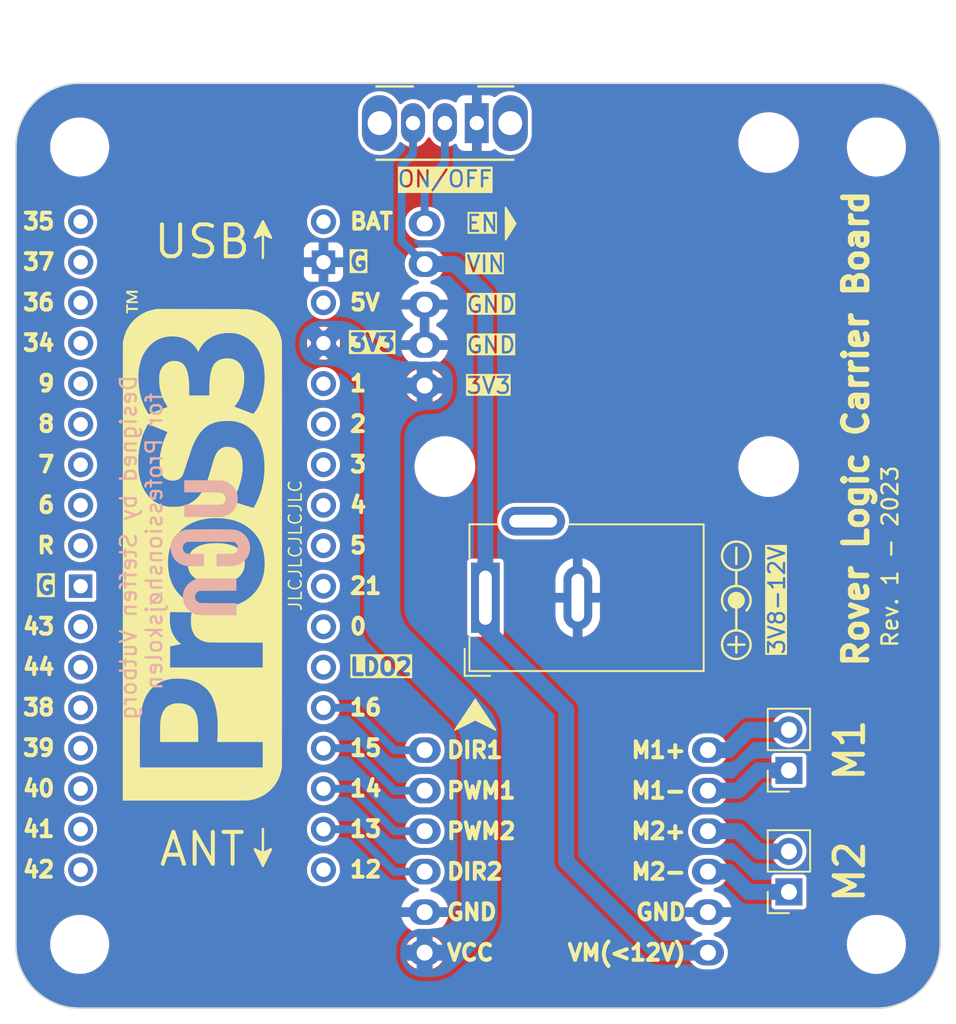
<source format=kicad_pcb>
(kicad_pcb (version 20221018) (generator pcbnew)
  (layers (0 "F.Cu" signal) (31 "B.Cu" signal) (34 "B.Paste" user) (35 "F.Paste" user) (36 "B.SilkS" user "B.Silkscreen") (37 "F.SilkS" user "F.Silkscreen") (38 "B.Mask" user) (39 "F.Mask" user) (44 "Edge.Cuts" user))
  (net 0 "")
  (net 1 "Net-(J2-Pin_1)")
  (net 2 "Net-(J2-Pin_2)")
  (net 3 "Net-(J3-Pin_1)")
  (net 4 "Net-(J3-Pin_2)")
  (net 33 "/VIN")
  (net 34 "/GND")
  (net 35 "/3V3")
  (net 36 "/DIR1")
  (net 37 "/PWM1")
  (net 38 "/PWM2")
  (net 39 "/DIR2")
  (net 40 "Net-(SW1-B)")
  (footprint "footprints:ProS3_TH" (layer "F.Cu") (at 106.7 71)
    (fp_text reference "U1" hide)
    (fp_text value "ProS3" hide)
    (pad "1" thru_hole circle (at 7.6 -20.32) (size 1.5748 1.5748) (drill 0.9) (layers "*.Cu" "*.Mask"))
    (pad "2" thru_hole rect (at 7.6 -17.78) (size 1.4732 1.4732) (drill 0.9) (layers "*.Cu" "*.Mask") (net 34 "/GND"))
    (pad "3" thru_hole circle (at 7.6 -15.24) (size 1.5748 1.5748) (drill 0.9) (layers "*.Cu" "*.Mask"))
    (pad "4" thru_hole circle (at 7.6 -12.7) (size 1.5748 1.5748) (drill 0.9) (layers "*.Cu" "*.Mask") (net 35 "/3V3"))
    (pad "5" thru_hole circle (at 7.6 -10.16) (size 1.5748 1.5748) (drill 0.9) (layers "*.Cu" "*.Mask"))
    (pad "6" thru_hole circle (at 7.6 -7.62) (size 1.5748 1.5748) (drill 0.9) (layers "*.Cu" "*.Mask"))
    (pad "7" thru_hole circle (at 7.6 -5.08) (size 1.5748 1.5748) (drill 0.9) (layers "*.Cu" "*.Mask"))
    (pad "8" thru_hole circle (at 7.6 -2.54) (size 1.5748 1.5748) (drill 0.9) (layers "*.Cu" "*.Mask"))
    (pad "9" thru_hole circle (at 7.6 0) (size 1.5748 1.5748) (drill 0.9) (layers "*.Cu" "*.Mask"))
    (pad "10" thru_hole circle (at 7.6 2.54) (size 1.5748 1.5748) (drill 0.9) (layers "*.Cu" "*.Mask"))
    (pad "11" thru_hole circle (at 7.6 5.08) (size 1.5748 1.5748) (drill 0.9) (layers "*.Cu" "*.Mask"))
    (pad "12" thru_hole circle (at 7.6 7.62) (size 1.5748 1.5748) (drill 0.9) (layers "*.Cu" "*.Mask"))
    (pad "13" thru_hole circle (at 7.6 10.16) (size 1.5748 1.5748) (drill 0.9) (layers "*.Cu" "*.Mask") (net 36 "/DIR1"))
    (pad "14" thru_hole circle (at 7.6 12.7) (size 1.5748 1.5748) (drill 0.9) (layers "*.Cu" "*.Mask") (net 37 "/PWM1"))
    (pad "15" thru_hole circle (at 7.6 15.24) (size 1.5748 1.5748) (drill 0.9) (layers "*.Cu" "*.Mask") (net 38 "/PWM2"))
    (pad "16" thru_hole circle (at 7.6 17.78) (size 1.5748 1.5748) (drill 0.9) (layers "*.Cu" "*.Mask") (net 39 "/DIR2"))
    (pad "17" thru_hole circle (at 7.6 20.32) (size 1.5748 1.5748) (drill 0.9) (layers "*.Cu" "*.Mask"))
    (pad "18" thru_hole circle (at -7.64 20.32) (size 1.5748 1.5748) (drill 0.9) (layers "*.Cu" "*.Mask"))
    (pad "19" thru_hole circle (at -7.64 17.78) (size 1.5748 1.5748) (drill 0.9) (layers "*.Cu" "*.Mask"))
    (pad "20" thru_hole circle (at -7.64 15.24) (size 1.5748 1.5748) (drill 0.9) (layers "*.Cu" "*.Mask"))
    (pad "21" thru_hole circle (at -7.64 12.7) (size 1.5748 1.5748) (drill 0.9) (layers "*.Cu" "*.Mask"))
    (pad "22" thru_hole circle (at -7.64 10.16) (size 1.5748 1.5748) (drill 0.9) (layers "*.Cu" "*.Mask"))
    (pad "23" thru_hole circle (at -7.64 7.62) (size 1.5748 1.5748) (drill 0.9) (layers "*.Cu" "*.Mask"))
    (pad "24" thru_hole circle (at -7.64 5.08) (size 1.5748 1.5748) (drill 0.9) (layers "*.Cu" "*.Mask"))
    (pad "25" thru_hole rect (at -7.64 2.54) (size 1.4732 1.4732) (drill 0.9) (layers "*.Cu" "*.Mask"))
    (pad "26" thru_hole circle (at -7.64 0) (size 1.5748 1.5748) (drill 0.9) (layers "*.Cu" "*.Mask"))
    (pad "27" thru_hole circle (at -7.64 -2.54) (size 1.5748 1.5748) (drill 0.9) (layers "*.Cu" "*.Mask"))
    (pad "28" thru_hole circle (at -7.64 -5.08) (size 1.5748 1.5748) (drill 0.9) (layers "*.Cu" "*.Mask"))
    (pad "29" thru_hole circle (at -7.64 -7.62) (size 1.5748 1.5748) (drill 0.9) (layers "*.Cu" "*.Mask"))
    (pad "30" thru_hole circle (at -7.64 -10.16) (size 1.5748 1.5748) (drill 0.9) (layers "*.Cu" "*.Mask"))
    (pad "31" thru_hole circle (at -7.64 -12.7) (size 1.5748 1.5748) (drill 0.9) (layers "*.Cu" "*.Mask"))
    (pad "32" thru_hole circle (at -7.64 -15.24) (size 1.5748 1.5748) (drill 0.9) (layers "*.Cu" "*.Mask"))
    (pad "33" thru_hole circle (at -7.64 -17.78) (size 1.5748 1.5748) (drill 0.9) (layers "*.Cu" "*.Mask"))
    (pad "34" thru_hole circle (at -7.64 -20.32) (size 1.5748 1.5748) (drill 0.9) (layers "*.Cu" "*.Mask"))
  )
  (footprint "UCN_footprints:TB6612FNG DfRobot motordriver module" (layer "F.Cu") (at 120.65 83.82)
    (fp_text reference "U3" hide)
    (fp_text value "Motordriver" hide)
    (fp_text user "DIR2" (at 1.27 7.62 unlocked) (layer "F.SilkS") (effects (font (thickness 0.25)) (justify left)))
    (fp_text user "VM(<12V)" (at 16.51 12.7 unlocked) (layer "F.SilkS") (effects (font (thickness 0.25)) (justify right)))
    (fp_text user "PWM2" (at 1.27 5.08 unlocked) (layer "F.SilkS") (effects (font (thickness 0.25)) (justify left)))
    (fp_text user "M1+" (at 16.51 0 unlocked) (layer "F.SilkS") (effects (font (thickness 0.25)) (justify right)))
    (fp_text user "VCC" (at 1.27 12.7 unlocked) (layer "F.SilkS") (effects (font (thickness 0.25)) (justify left)))
    (fp_text user "PWM1" (at 1.27 2.54 unlocked) (layer "F.SilkS") (effects (font (thickness 0.25)) (justify left)))
    (fp_text user "GND" (at 16.51 10.16 unlocked) (layer "F.SilkS") (effects (font (thickness 0.25)) (justify right)))
    (fp_text user "M2-" (at 16.51 7.62 unlocked) (layer "F.SilkS") (effects (font (thickness 0.25)) (justify right)))
    (fp_text user "M2+" (at 16.51 5.08 unlocked) (layer "F.SilkS") (effects (font (thickness 0.25)) (justify right)))
    (fp_text user "GND" (at 1.27 10.16 unlocked) (layer "F.SilkS") (effects (font (thickness 0.25)) (justify left)))
    (fp_text user "M1-" (at 16.51 2.54 unlocked) (layer "F.SilkS") (effects (font (thickness 0.25)) (justify right)))
    (fp_text user "DIR1" (at 1.27 0 unlocked) (layer "F.SilkS") (effects (font (thickness 0.25) bold) (justify left)))
    (pad "1" thru_hole oval (at 0 0 90) (size 1.6 2) (drill 1) (layers "*.Cu" "*.Mask") (net 36 "/DIR1"))
    (pad "2" thru_hole oval (at 0 2.54 90) (size 1.6 2) (drill 1) (layers "*.Cu" "*.Mask") (net 37 "/PWM1"))
    (pad "3" thru_hole oval (at 0 5.08 90) (size 1.6 2) (drill 1) (layers "*.Cu" "*.Mask") (net 38 "/PWM2"))
    (pad "4" thru_hole oval (at 0 7.62 90) (size 1.6 2) (drill 1) (layers "*.Cu" "*.Mask") (net 39 "/DIR2"))
    (pad "5" thru_hole oval (at 0 10.16 90) (size 1.6 2) (drill 1) (layers "*.Cu" "*.Mask") (net 34 "/GND"))
    (pad "6" thru_hole oval (at 0 12.7 90) (size 1.6 2) (drill 1) (layers "*.Cu" "*.Mask") (net 35 "/3V3"))
    (pad "7" thru_hole oval (at 17.78 12.7 90) (size 1.6 2) (drill 1) (layers "*.Cu" "*.Mask") (net 33 "/VIN"))
    (pad "8" thru_hole oval (at 17.78 10.16 90) (size 1.6 2) (drill 1) (layers "*.Cu" "*.Mask") (net 34 "/GND"))
    (pad "9" thru_hole oval (at 17.78 7.62 90) (size 1.6 2) (drill 1) (layers "*.Cu" "*.Mask") (net 1 "Net-(J2-Pin_1)"))
    (pad "10" thru_hole oval (at 17.78 5.08 90) (size 1.6 2) (drill 1) (layers "*.Cu" "*.Mask") (net 2 "Net-(J2-Pin_2)"))
    (pad "11" thru_hole oval (at 17.78 2.54 90) (size 1.6 2) (drill 1) (layers "*.Cu" "*.Mask") (net 3 "Net-(J3-Pin_1)"))
    (pad "12" thru_hole oval (at 17.78 0 90) (size 1.6 2) (drill 1) (layers "*.Cu" "*.Mask") (net 4 "Net-(J3-Pin_2)"))
  )
  (footprint "UCN_footprints:AP63203 Sparkfun Buck Regulator module - upside-down" (layer "F.Cu") (at 120.65 60.96)
    (fp_text reference "U2" hide)
    (fp_text value "Buck Regulator" hide)
    (fp_text user "EN" (at 2.54 -10.16 unlocked) (layer "F.SilkS" knockout) (effects (justify left)))
    (fp_text user "GND" (at 2.54 -5.08 unlocked) (layer "F.SilkS" knockout) (effects (justify left)))
    (fp_text user "3V3" (at 2.54 0 unlocked) (layer "F.SilkS" knockout) (effects (justify left)))
    (fp_text user "VIN" (at 2.54 -7.62 unlocked) (layer "F.SilkS" knockout) (effects (justify left)))
    (fp_text user "GND" (at 2.54 -2.54 unlocked) (layer "F.SilkS" knockout) (effects (justify left)))
    (pad "" np_thru_hole circle (at 1.27 5.08 270) (size 3.3 3.3) (drill 3.302) (layers "F&B.Cu" "*.Mask"))
    (pad "" np_thru_hole circle (at 21.59 -15.24 270) (size 3.3 3.3) (drill 3.302) (layers "F&B.Cu" "*.Mask"))
    (pad "" np_thru_hole circle (at 21.59 5.08 270) (size 3.3 3.3) (drill 3.302) (layers "F&B.Cu" "*.Mask"))
    (pad "1" thru_hole oval (at 0 0 270) (size 1.6 2) (drill 1) (layers "*.Cu" "*.Mask") (net 35 "/3V3"))
    (pad "2" thru_hole oval (at 0 -2.54 270) (size 1.6 2) (drill 1) (layers "*.Cu" "*.Mask") (net 34 "/GND"))
    (pad "3" thru_hole oval (at 0 -5.08 270) (size 1.6 2) (drill 1) (layers "*.Cu" "*.Mask") (net 34 "/GND"))
    (pad "4" thru_hole oval (at 0 -7.62 270) (size 1.6 2) (drill 1) (layers "*.Cu" "*.Mask") (net 33 "/VIN"))
    (pad "5" thru_hole oval (at 0 -10.16 270) (size 1.6 2) (drill 1) (layers "*.Cu" "*.Mask") (net 40 "Net-(SW1-B)"))
  )
  (footprint "Connector_PinSocket_2.54mm:PinSocket_1x02_P2.54mm_Vertical" (layer "F.Cu") (at 143.51 92.71 180)
    (fp_text reference "J2" hide)
    (fp_text value "Conn_01x02_Socket" hide)
    (pad "1" thru_hole rect (at 0 0 180) (size 1.7 1.7) (drill 1) (layers "*.Cu" "*.Mask") (net 1 "Net-(J2-Pin_1)"))
    (pad "2" thru_hole oval (at 0 2.54 180) (size 1.7 1.7) (drill 1) (layers "*.Cu" "*.Mask") (net 2 "Net-(J2-Pin_2)"))
  )
  (footprint "MountingHole:MountingHole_3.2mm_M3_ISO7380" (layer "F.Cu") (at 99 96)
    (fp_text reference "H2" hide)
    (fp_text value "MountingHole" hide)
    (pad "" np_thru_hole circle (at 0 0) (size 3.2 3.2) (drill 3.2) (layers "*.Cu" "*.Mask"))
  )
  (footprint "MountingHole:MountingHole_3.2mm_M3_ISO7380" (layer "F.Cu") (at 99 46)
    (fp_text reference "H1" hide)
    (fp_text value "MountingHole" hide)
    (pad "" np_thru_hole circle (at 0 0) (size 3.2 3.2) (drill 3.2) (layers "*.Cu" "*.Mask"))
  )
  (footprint "Connector_PinSocket_2.54mm:PinSocket_1x02_P2.54mm_Vertical" (layer "F.Cu") (at 143.51 85.09 180)
    (fp_text reference "J3" hide)
    (fp_text value "Conn_01x02_Socket" hide)
    (pad "1" thru_hole rect (at 0 0 180) (size 1.7 1.7) (drill 1) (layers "*.Cu" "*.Mask") (net 3 "Net-(J3-Pin_1)"))
    (pad "2" thru_hole oval (at 0 2.54 180) (size 1.7 1.7) (drill 1) (layers "*.Cu" "*.Mask") (net 4 "Net-(J3-Pin_2)"))
  )
  (footprint "MountingHole:MountingHole_3.2mm_M3_ISO7380" (layer "F.Cu") (at 149 96)
    (fp_text reference "H4" hide)
    (fp_text value "MountingHole" hide)
    (pad "" np_thru_hole circle (at 0 0) (size 3.2 3.2) (drill 3.2) (layers "*.Cu" "*.Mask"))
  )
  (footprint "MountingHole:MountingHole_3.2mm_M3_ISO7380" (layer "F.Cu") (at 149 46)
    (fp_text reference "H3" hide)
    (fp_text value "MountingHole" hide)
    (pad "" np_thru_hole circle (at 0 0) (size 3.2 3.2) (drill 3.2) (layers "*.Cu" "*.Mask"))
  )
  (footprint "LOGO" (layer "F.Cu") (at 106.7 71 90)
    (fp_text reference "G***" hide)
    (fp_text value "LOGO" hide)
  )
  (footprint "Button_Switch_THT:SW_CuK_OS102011MA1QN1_SPDT_Angled" (layer "F.Cu") (at 123.92 44.5 180)
    (fp_text reference "SW1" hide)
    (fp_text value "SW_SPDT" hide)
    (pad "" thru_hole oval (at -2.1 0 180) (size 2.2 3.5) (drill 1.5) (layers "*.Cu" "*.Mask"))
    (pad "" thru_hole oval (at 6.1 0 180) (size 2.2 3.5) (drill 1.5) (layers "*.Cu" "*.Mask"))
    (pad "1" thru_hole rect (at 0 0 180) (size 1.5 2.5) (drill 0.9) (layers "*.Cu" "*.Mask") (net 34 "/GND"))
    (pad "2" thru_hole oval (at 2 0 180) (size 1.5 2.5) (drill 0.9) (layers "*.Cu" "*.Mask") (net 40 "Net-(SW1-B)"))
    (pad "3" thru_hole oval (at 4 0 180) (size 1.5 2.5) (drill 0.9) (layers "*.Cu" "*.Mask") (net 33 "/VIN"))
  )
  (footprint "Connector_BarrelJack:BarrelJack_Wuerth_6941xx301002" (layer "F.Cu") (at 124.46 74.26 90)
    (fp_text reference "J1" hide)
    (fp_text value "Barrel_Jack" hide)
    (pad "1" thru_hole rect (at 0 0 90) (size 4.4 1.8) (drill oval 3.4 0.8) (layers "*.Cu" "*.Mask") (net 33 "/VIN"))
    (pad "2" thru_hole oval (at 0 5.8 90) (size 4 1.8) (drill oval 3 0.8) (layers "*.Cu" "*.Mask") (net 34 "/GND"))
    (pad "3" thru_hole oval (at 4.8 3 180) (size 4 1.8) (drill oval 3 0.8) (layers "*.Cu" "*.Mask"))
  )
  (footprint "UCN_footprints:UCN_LOGO_5mm" (layer "B.Cu") (at 107.197998 71.12 -90)
    (fp_text reference "G***" hide)
    (fp_text value "LOGO" hide)
  )
  (gr_poly (pts (xy 110.499998 50.665526) (xy 109.991998 51.681526) (xy 110.499998 51.427526) (xy 111.007998 51.681526)) (stroke (width 0.15)) (fill solid) (layer "F.SilkS"))
  (gr_line (start 140.208 71.129025) (end 140.208 72.145025) (stroke (width 0.15)) (layer "F.SilkS"))
  (gr_poly (pts (xy 110.499998 91.051526) (xy 111.007998 90.035526) (xy 110.499998 90.289526) (xy 109.991998 90.035526)) (stroke (width 0.15)) (fill solid) (layer "F.SilkS"))
  (gr_line (start 140.208 74.422) (end 140.208 76.30895) (stroke (width 0.15)) (layer "F.SilkS"))
  (gr_line (start 140.208 76.698975) (end 140.208 77.714975) (stroke (width 0.15)) (layer "F.SilkS"))
  (gr_circle (center 140.208 71.637025) (end 140.843 72.272025) (stroke (width 0.15)) (fill none) (layer "F.SilkS"))
  (gr_line (start 110.499998 52.951526) (end 110.499998 50.665526) (stroke (width 0.15)) (layer "F.SilkS"))
  (gr_line (start 140.716 77.206975) (end 139.7 77.206975) (stroke (width 0.15)) (layer "F.SilkS"))
  (gr_arc (start 139.573 75.057) (mid 140.208 73.523974) (end 140.843 75.057) (stroke (width 0.15)) (layer "F.SilkS"))
  (gr_line (start 110.499998 88.765526) (end 110.499998 91.051526) (stroke (width 0.15)) (layer "F.SilkS"))
  (gr_circle (center 140.208 77.206975) (end 140.843 77.841975) (stroke (width 0.15)) (fill none) (layer "F.SilkS"))
  (gr_line (start 140.208 73.523974) (end 140.208 72.53505) (stroke (width 0.15)) (layer "F.SilkS"))
  (gr_circle (center 140.208 74.422) (end 140.208 74.879905) (stroke (width 0.15)) (fill solid) (layer "F.SilkS"))
  (gr_line (start 95 96) (end 95 46) (stroke (width 0.1)) (layer "Edge.Cuts"))
  (gr_line (start 153 46) (end 153 96) (stroke (width 0.1)) (layer "Edge.Cuts"))
  (gr_arc (start 95 46) (mid 96.171573 43.171573) (end 99 42) (stroke (width 0.1)) (layer "Edge.Cuts"))
  (gr_line (start 99 42) (end 149 42) (stroke (width 0.1)) (layer "Edge.Cuts"))
  (gr_arc (start 153 96) (mid 151.828427 98.828427) (end 149 100) (stroke (width 0.1)) (layer "Edge.Cuts"))
  (gr_line (start 149 100) (end 99 100) (stroke (width 0.1)) (layer "Edge.Cuts"))
  (gr_arc (start 99 100) (mid 96.171573 98.828427) (end 95 96) (stroke (width 0.1)) (layer "Edge.Cuts"))
  (gr_arc (start 149 42) (mid 151.828427 43.171573) (end 153 46) (stroke (width 0.1)) (layer "Edge.Cuts"))
  (gr_text "Designed by Steffen Vutborg\nfor Professionshøjskolen " (at 102.87 71.12 90) (layer "B.SilkS") (effects (font (size 1 1)) (justify mirror)))
  (gr_text "41" (at 97.545998 88.765526) (layer "F.SilkS") (effects (font (size 1 1) (thickness 0.25) bold) (justify right)))
  (gr_text "5V" (at 115.833998 55.745526) (layer "F.SilkS") (effects (font (size 1 1) (thickness 0.25) bold) (justify left)))
  (gr_text "8" (at 97.545998 63.365526) (layer "F.SilkS") (effects (font (size 1 1) (thickness 0.25) bold) (justify right)))
  (gr_text "  G" (at 97.545998 73.525526) (layer "F.SilkS" knockout) (effects (font (size 1 1) (thickness 0.25) bold) (justify right)))
  (gr_text "0" (at 115.833998 76.065526) (layer "F.SilkS") (effects (font (size 1 1) (thickness 0.25) bold) (justify left)))
  (gr_text "9\n" (at 97.545998 60.825526) (layer "F.SilkS") (effects (font (size 1 1) (thickness 0.25) bold) (justify right)))
  (gr_text "ANT" (at 106.689998 90.035526) (layer "F.SilkS") (effects (font (size 2 2) (thickness 0.25))))
  (gr_text "37" (at 97.545998 53.205526) (layer "F.SilkS") (effects (font (size 1 1) (thickness 0.25) bold) (justify right)))
  (gr_text "4" (at 115.833998 68.445526) (layer "F.SilkS") (effects (font (size 1 1) (thickness 0.25) bold) (justify left)))
  (gr_text "Rover Logic Carrier Board" (at 148.59 78.74 90) (layer "F.SilkS") (effects (font (size 1.5 1.5) (thickness 0.35) bold) (justify left bottom)))
  (gr_text "6" (at 97.545998 68.445526) (layer "F.SilkS") (effects (font (size 1 1) (thickness 0.25) bold) (justify right)))
  (gr_text "M1" (at 147.32 83.82 90) (layer "F.SilkS") (effects (font (size 1.8 1.8) (thickness 0.3) bold)))
  (gr_text "15" (at 115.833998 83.685526) (layer "F.SilkS") (effects (font (size 1 1) (thickness 0.25) bold) (justify left)))
  (gr_text "7" (at 97.545998 65.905526) (layer "F.SilkS") (effects (font (size 1 1) (thickness 0.25) bold) (justify right)))
  (gr_text "13" (at 115.833998 88.765526) (layer "F.SilkS") (effects (font (size 1 1) (thickness 0.25) bold) (justify left)))
  (gr_text "5" (at 115.833998 70.985526) (layer "F.SilkS") (effects (font (size 1 1) (thickness 0.25) bold) (justify left)))
  (gr_text "R" (at 97.545998 70.985526) (layer "F.SilkS") (effects (font (size 1 1) (thickness 0.25) bold) (justify right)))
  (gr_text "34" (at 97.545998 58.285526) (layer "F.SilkS") (effects (font (size 1 1) (thickness 0.25) bold) (justify right)))
  (gr_text "39" (at 97.545998 83.685526) (layer "F.SilkS") (effects (font (size 1 1) (thickness 0.25) bold) (justify right)))
  (gr_text "USB" (at 106.689998 51.935526) (layer "F.SilkS") (effects (font (size 2 2) (thickness 0.25))))
  (gr_text "LDO2" (at 115.833998 78.605526) (layer "F.SilkS" knockout) (effects (font (size 1 1) (thickness 0.25) bold) (justify left)))
  (gr_text "44" (at 97.545998 78.605526) (layer "F.SilkS") (effects (font (size 1 1) (thickness 0.25) bold) (justify right)))
  (gr_text "2" (at 115.833998 63.365526) (layer "F.SilkS") (effects (font (size 1 1) (thickness 0.25) bold) (justify left)))
  (gr_text "43" (at 97.545998 76.065526) (layer "F.SilkS") (effects (font (size 1 1) (thickness 0.25) bold) (justify right)))
  (gr_text "36" (at 97.545998 55.745526) (layer "F.SilkS") (effects (font (size 1 1) (thickness 0.25) bold) (justify right)))
  (gr_text "M2" (at 147.32 91.44 90) (layer "F.SilkS") (effects (font (size 1.8 1.8) (thickness 0.3) bold)))
  (gr_text "G  " (at 115.833998 53.205526) (layer "F.SilkS" knockout) (effects (font (size 1 1) (thickness 0.25) bold) (justify left)))
  (gr_text "42" (at 97.545998 91.305526) (layer "F.SilkS") (effects (font (size 1 1) (thickness 0.25) bold) (justify right)))
  (gr_text "35" (at 97.545998 50.665526) (layer "F.SilkS") (effects (font (size 1 1) (thickness 0.25) bold) (justify right)))
  (gr_text "3V8-12V" (at 142.748 74.422 90) (layer "F.SilkS" knockout) (effects (font (size 1 1))))
  (gr_text "1" (at 115.833998 60.825526) (layer "F.SilkS") (effects (font (size 1 1) (thickness 0.25) bold) (justify left)))
  (gr_text "21" (at 115.833998 73.525526) (layer "F.SilkS") (effects (font (size 1 1) (thickness 0.25) bold) (justify left)))
  (gr_text "38" (at 97.545998 81.145526) (layer "F.SilkS") (effects (font (size 1 1) (thickness 0.25) bold) (justify right)))
  (gr_text "JLCJLCJLCJLC" (at 112.531998 70.985526 90) (layer "F.SilkS") (effects (font (size 0.8 0.8) (thickness 0.1))))
  (gr_text "12" (at 115.833998 91.305526) (layer "F.SilkS") (effects (font (size 1 1) (thickness 0.25) bold) (justify left)))
  (gr_text "3V3" (at 115.833998 58.285526) (layer "F.SilkS" knockout) (effects (font (size 1 1) (thickness 0.25) bold) (justify left)))
  (gr_text "40\n" (at 97.545998 86.225526) (layer "F.SilkS") (effects (font (size 1 1) (thickness 0.25) bold) (justify right)))
  (gr_text "BAT" (at 115.833998 50.665526) (layer "F.SilkS") (effects (font (size 1 1) (thickness 0.25) bold) (justify left)))
  (gr_text "Rev. 1 - 2023" (at 149.86 77.47 90) (layer "F.SilkS") (effects (font (size 1 1)) (justify left)))
  (gr_text "ON/OFF" (at 121.92 48.006) (layer "F.SilkS" knockout) (effects (font (size 1 1))))
  (gr_text "3" (at 115.833998 65.905526) (layer "F.SilkS") (effects (font (size 1 1) (thickness 0.25) bold) (justify left)))
  (gr_text "14" (at 115.833998 86.225526) (layer "F.SilkS") (effects (font (size 1 1) (thickness 0.25) bold) (justify left)))
  (gr_text "16" (at 115.833998 81.145526) (layer "F.SilkS") (effects (font (size 1 1) (thickness 0.25) bold) (justify left)))
  (segment (start 138.43 91.44) (end 139.7 91.44) (width 1) (layer "B.Cu") (net 1))
  (segment (start 139.7 91.44) (end 140.97 92.71) (width 1) (layer "B.Cu") (net 1))
  (segment (start 140.97 92.71) (end 143.51 92.71) (width 1) (layer "B.Cu") (net 1))
  (segment (start 141.605 90.17) (end 143.51 90.17) (width 1) (layer "B.Cu") (net 2))
  (segment (start 138.43 88.9) (end 140.335 88.9) (width 1) (layer "B.Cu") (net 2))
  (segment (start 140.335 88.9) (end 141.605 90.17) (width 1) (layer "B.Cu") (net 2))
  (segment (start 141.605 85.09) (end 143.51 85.09) (width 1) (layer "B.Cu") (net 3))
  (segment (start 140.335 86.36) (end 141.605 85.09) (width 1) (layer "B.Cu") (net 3))
  (segment (start 138.43 86.36) (end 140.335 86.36) (width 1) (layer "B.Cu") (net 3))
  (segment (start 139.7 83.82) (end 140.97 82.55) (width 1) (layer "B.Cu") (net 4))
  (segment (start 138.43 83.82) (end 139.7 83.82) (width 1) (layer "B.Cu") (net 4))
  (segment (start 140.97 82.55) (end 143.51 82.55) (width 1) (layer "B.Cu") (net 4))
  (segment (start 135.255 96.52) (end 138.43 96.52) (width 1) (layer "B.Cu") (net 33))
  (segment (start 124.46 76.2) (end 129.54 81.28) (width 1) (layer "B.Cu") (net 33))
  (segment (start 124.46 55.245) (end 122.555 53.34) (width 1) (layer "B.Cu") (net 33))
  (segment (start 119.92 46.45) (end 119.2 47.17) (width 0.5) (layer "B.Cu") (net 33))
  (segment (start 124.46 74.26) (end 124.46 76.2) (width 1) (layer "B.Cu") (net 33))
  (segment (start 122.555 53.34) (end 120.65 53.34) (width 1) (layer "B.Cu") (net 33))
  (segment (start 119.2 47.17) (end 119.2 51.89) (width 0.5) (layer "B.Cu") (net 33))
  (segment (start 119.2 51.89) (end 120.65 53.34) (width 0.5) (layer "B.Cu") (net 33))
  (segment (start 129.54 81.28) (end 129.54 90.805) (width 1) (layer "B.Cu") (net 33))
  (segment (start 129.54 90.805) (end 135.255 96.52) (width 1) (layer "B.Cu") (net 33))
  (segment (start 124.46 74.26) (end 124.46 55.245) (width 1) (layer "B.Cu") (net 33))
  (segment (start 119.92 44.45) (end 119.92 46.45) (width 0.5) (layer "B.Cu") (net 33))
  (segment (start 116.085 81.16) (end 118.745 83.82) (width 0.5) (layer "B.Cu") (net 36))
  (segment (start 118.745 83.82) (end 120.65 83.82) (width 0.5) (layer "B.Cu") (net 36))
  (segment (start 114.3 81.16) (end 116.085 81.16) (width 0.5) (layer "B.Cu") (net 36))
  (segment (start 114.3 83.7) (end 116.085 83.7) (width 0.5) (layer "B.Cu") (net 37))
  (segment (start 116.085 83.7) (end 118.745 86.36) (width 0.5) (layer "B.Cu") (net 37))
  (segment (start 118.745 86.36) (end 120.65 86.36) (width 0.5) (layer "B.Cu") (net 37))
  (segment (start 116.085 86.24) (end 118.745 88.9) (width 0.5) (layer "B.Cu") (net 38))
  (segment (start 118.745 88.9) (end 120.65 88.9) (width 0.5) (layer "B.Cu") (net 38))
  (segment (start 114.3 86.24) (end 116.085 86.24) (width 0.5) (layer "B.Cu") (net 38))
  (segment (start 116.085 88.78) (end 118.745 91.44) (width 0.5) (layer "B.Cu") (net 39))
  (segment (start 114.3 88.78) (end 116.085 88.78) (width 0.5) (layer "B.Cu") (net 39))
  (segment (start 118.745 91.44) (end 120.65 91.44) (width 0.5) (layer "B.Cu") (net 39))
  (segment (start 120.65 50.8) (end 120.65 48.26) (width 0.5) (layer "B.Cu") (net 40))
  (segment (start 120.65 48.26) (end 121.92 46.99) (width 0.5) (layer "B.Cu") (net 40))
  (segment (start 121.92 46.99) (end 121.92 44.45) (width 0.5) (layer "B.Cu") (net 40))
  (zone (net 34) (net_name "/GND") (layers "F&B.Cu") (connect_pads (clearance 0.25)) (min_thickness 0.25) (fill yes (thermal_gap 0.5) (thermal_bridge_width 0.6))
    (polygon (pts (xy 94 41) (xy 154 41) (xy 154 101) (xy 94 101)))
  )
  (zone (net 35) (net_name "/3V3") (layer "B.Cu") (priority 2) (connect_pads (clearance 0.25)) (min_thickness 0.2) (fill yes (thermal_gap 0.3) (thermal_bridge_width 1) (smoothing fillet) (radius 2))
    (polygon (pts (xy 112.776 56.896) (xy 116.078 56.896) (xy 118.618 59.436) (xy 122.428 59.436) (xy 122.428 61.722) (xy 121.666 62.484) (xy 120.142 62.484) (xy 119.126 63.5) (xy 119.126 75.692) (xy 125.222 81.788) (xy 125.222 94.996) (xy 121.92 98.044) (xy 119.126 98.044) (xy 119.126 94.996) (xy 121.92 94.996) (xy 122.936 93.98) (xy 122.936 82.55) (xy 116.84 76.454) (xy 116.84 61.214) (xy 115.316 59.69) (xy 112.776 59.69)))
  )
)
</source>
